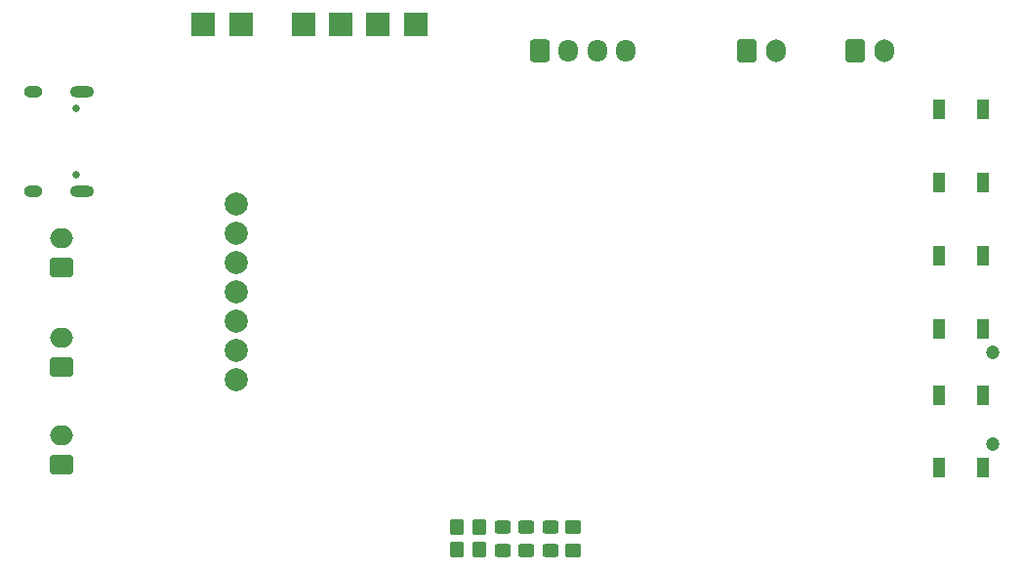
<source format=gts>
G04 #@! TF.GenerationSoftware,KiCad,Pcbnew,7.0.1*
G04 #@! TF.CreationDate,2023-08-31T11:45:27+03:00*
G04 #@! TF.ProjectId,esp32_hotplate_digital,65737033-325f-4686-9f74-706c6174655f,rev?*
G04 #@! TF.SameCoordinates,Original*
G04 #@! TF.FileFunction,Soldermask,Top*
G04 #@! TF.FilePolarity,Negative*
%FSLAX46Y46*%
G04 Gerber Fmt 4.6, Leading zero omitted, Abs format (unit mm)*
G04 Created by KiCad (PCBNEW 7.0.1) date 2023-08-31 11:45:27*
%MOMM*%
%LPD*%
G01*
G04 APERTURE LIST*
G04 Aperture macros list*
%AMRoundRect*
0 Rectangle with rounded corners*
0 $1 Rounding radius*
0 $2 $3 $4 $5 $6 $7 $8 $9 X,Y pos of 4 corners*
0 Add a 4 corners polygon primitive as box body*
4,1,4,$2,$3,$4,$5,$6,$7,$8,$9,$2,$3,0*
0 Add four circle primitives for the rounded corners*
1,1,$1+$1,$2,$3*
1,1,$1+$1,$4,$5*
1,1,$1+$1,$6,$7*
1,1,$1+$1,$8,$9*
0 Add four rect primitives between the rounded corners*
20,1,$1+$1,$2,$3,$4,$5,0*
20,1,$1+$1,$4,$5,$6,$7,0*
20,1,$1+$1,$6,$7,$8,$9,0*
20,1,$1+$1,$8,$9,$2,$3,0*%
G04 Aperture macros list end*
%ADD10RoundRect,0.250000X-0.350000X-0.450000X0.350000X-0.450000X0.350000X0.450000X-0.350000X0.450000X0*%
%ADD11RoundRect,0.250000X0.450000X-0.325000X0.450000X0.325000X-0.450000X0.325000X-0.450000X-0.325000X0*%
%ADD12R,2.000000X2.000000*%
%ADD13R,1.000000X1.700000*%
%ADD14C,2.000000*%
%ADD15RoundRect,0.250000X0.450000X-0.350000X0.450000X0.350000X-0.450000X0.350000X-0.450000X-0.350000X0*%
%ADD16C,0.650000*%
%ADD17O,1.600000X1.000000*%
%ADD18O,2.100000X1.000000*%
%ADD19RoundRect,0.250000X-0.600000X-0.750000X0.600000X-0.750000X0.600000X0.750000X-0.600000X0.750000X0*%
%ADD20O,1.700000X2.000000*%
%ADD21RoundRect,0.250000X0.750000X-0.600000X0.750000X0.600000X-0.750000X0.600000X-0.750000X-0.600000X0*%
%ADD22O,2.000000X1.700000*%
%ADD23RoundRect,0.250000X-0.600000X-0.725000X0.600000X-0.725000X0.600000X0.725000X-0.600000X0.725000X0*%
%ADD24O,1.700000X1.950000*%
%ADD25C,1.200000*%
G04 APERTURE END LIST*
D10*
X81864200Y-96536000D03*
X83864200Y-96536000D03*
X81864200Y-98491800D03*
X83864200Y-98491800D03*
D11*
X87918800Y-98577000D03*
X87918800Y-96527000D03*
D12*
X59893200Y-52984400D03*
X78359000Y-52984400D03*
D13*
X127508000Y-60355400D03*
X127508000Y-66655400D03*
X123708000Y-60355400D03*
X123708000Y-66655400D03*
D12*
X68580000Y-52984400D03*
X75057000Y-52984400D03*
X63144400Y-52984400D03*
X71831200Y-52984400D03*
D14*
X62738000Y-68580000D03*
X62738000Y-71120000D03*
X62738000Y-73660000D03*
X62738000Y-76200000D03*
X62738000Y-78740000D03*
X62738000Y-81280000D03*
X62738000Y-83820000D03*
D11*
X85861400Y-98577000D03*
X85861400Y-96527000D03*
D15*
X91982800Y-98577400D03*
X91982800Y-96577400D03*
D13*
X127533000Y-85115400D03*
X127533000Y-91415400D03*
X123733000Y-85115400D03*
X123733000Y-91415400D03*
D11*
X89976200Y-98577000D03*
X89976200Y-96527000D03*
D13*
X127533000Y-73050400D03*
X127533000Y-79350400D03*
X123733000Y-73050400D03*
X123733000Y-79350400D03*
D16*
X48826800Y-66009000D03*
X48826800Y-60229000D03*
D17*
X45176800Y-67439000D03*
D18*
X49356800Y-67439000D03*
D17*
X45176800Y-58799000D03*
D18*
X49356800Y-58799000D03*
D19*
X116438000Y-55245000D03*
D20*
X118938000Y-55245000D03*
D21*
X47625000Y-82637000D03*
D22*
X47625000Y-80137000D03*
D23*
X89052400Y-55219600D03*
D24*
X91552400Y-55219600D03*
X94052400Y-55219600D03*
X96552400Y-55219600D03*
D25*
X128397000Y-81384600D03*
X128397000Y-89384600D03*
D21*
X47625000Y-74041000D03*
D22*
X47625000Y-71541000D03*
D19*
X107040000Y-55228000D03*
D20*
X109540000Y-55228000D03*
D21*
X47625000Y-91146000D03*
D22*
X47625000Y-88646000D03*
M02*

</source>
